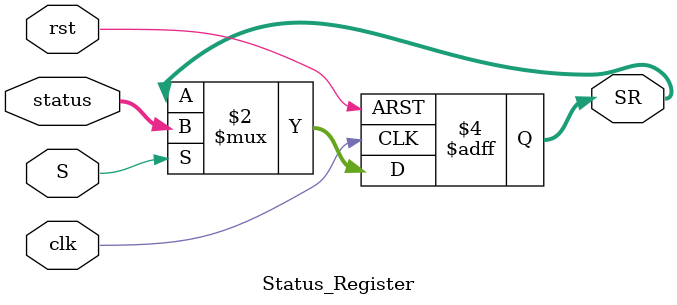
<source format=v>
module Status_Register (status, S, clk, rst, SR);
  
  input [3:0] status;
  input S, clk, rst;
  output reg [3:0] SR;
  
  always @(negedge clk, posedge rst) begin
    if (rst) SR <= 4'h0;
    else if(S) SR <= status;
  end
  
endmodule
</source>
